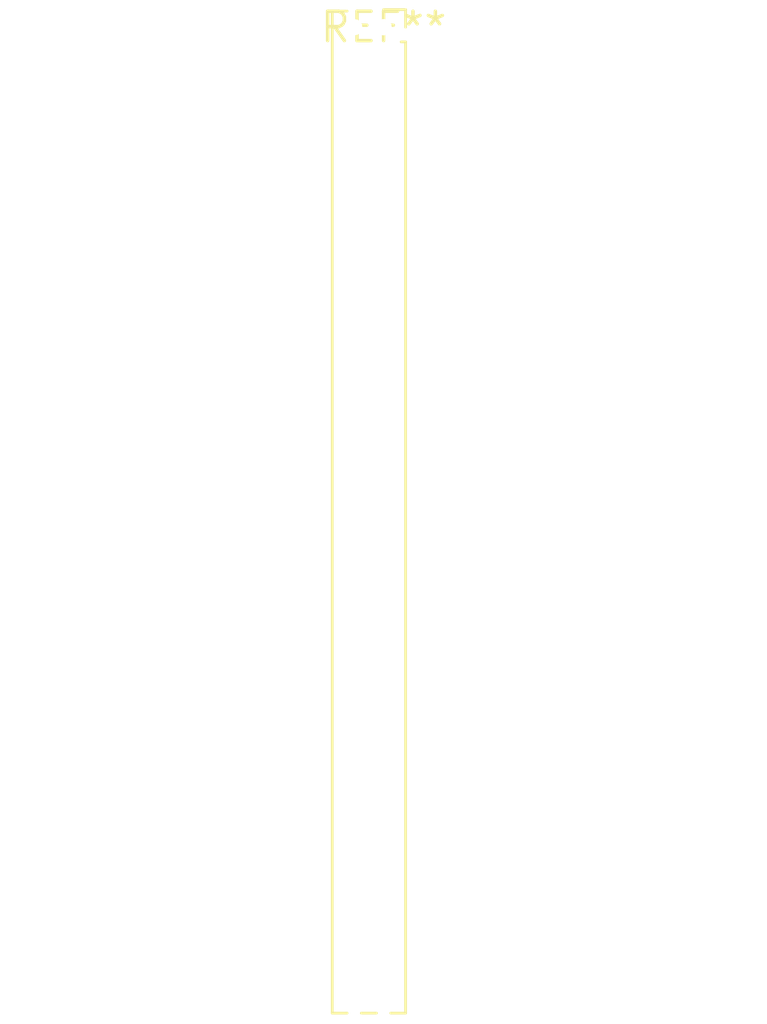
<source format=kicad_pcb>
(kicad_pcb (version 20240108) (generator pcbnew)
  (layers (0 "F.Cu" signal) (31 "B.Cu" signal) (34 "B.Paste" user) (35 "F.Paste" user) (36 "B.SilkS" user "B.Silkscreen") (37 "F.SilkS" user "F.Silkscreen") (38 "B.Mask" user) (39 "F.Mask" user) (44 "Edge.Cuts" user))
  (net 0 "")
  (footprint "PinSocket_2x34_P1.27mm_Vertical" (layer "F.Cu") (at 0 0)
    (property "Reference" "REF**")
    (property "Value" "PinSocket_2x34_P1.27mm_Vertical")
    (fp_line (start -2.22 -0.695) (end -2.22 42.605) (layer "F.SilkS") (stroke (width 0.12)))
    (fp_line (start -2.22 -0.695) (end -1.57753 -0.695) (layer "F.SilkS") (stroke (width 0.12)))
    (fp_line (start -2.22 42.605) (end -1.57753 42.605) (layer "F.SilkS") (stroke (width 0.12)))
    (fp_line (start -0.96247 -0.695) (end -0.76 -0.695) (layer "F.SilkS") (stroke (width 0.12)))
    (fp_line (start -0.96247 42.605) (end -0.30753 42.605) (layer "F.SilkS") (stroke (width 0.12)))
    (fp_line (start 0 -0.76) (end 0.95 -0.76) (layer "F.SilkS") (stroke (width 0.12)))
    (fp_line (start 0.30753 42.605) (end 0.95 42.605) (layer "F.SilkS") (stroke (width 0.12)))
    (fp_line (start 0.76 0.635) (end 0.95 0.635) (layer "F.SilkS") (stroke (width 0.12)))
    (fp_line (start 0.95 -0.76) (end 0.95 0) (layer "F.SilkS") (stroke (width 0.12)))
    (fp_line (start 0.95 0.635) (end 0.95 42.605) (layer "F.SilkS") (stroke (width 0.12)))
    (pad "1" thru_hole rect (at 0 0) (size 1 1) (drill 0.7) (layers *.Cu *.Mask) (remove_unused_layers))
    (pad "2" thru_hole oval (at -1.27 0) (size 1 1) (drill 0.7) (layers *.Cu *.Mask) (remove_unused_layers))
    (pad "3" thru_hole oval (at 0 1.27) (size 1 1) (drill 0.7) (layers *.Cu *.Mask) (remove_unused_layers))
    (pad "4" thru_hole oval (at -1.27 1.27) (size 1 1) (drill 0.7) (layers *.Cu *.Mask) (remove_unused_layers))
    (pad "5" thru_hole oval (at 0 2.54) (size 1 1) (drill 0.7) (layers *.Cu *.Mask) (remove_unused_layers))
    (pad "6" thru_hole oval (at -1.27 2.54) (size 1 1) (drill 0.7) (layers *.Cu *.Mask) (remove_unused_layers))
    (pad "7" thru_hole oval (at 0 3.81) (size 1 1) (drill 0.7) (layers *.Cu *.Mask) (remove_unused_layers))
    (pad "8" thru_hole oval (at -1.27 3.81) (size 1 1) (drill 0.7) (layers *.Cu *.Mask) (remove_unused_layers))
    (pad "9" thru_hole oval (at 0 5.08) (size 1 1) (drill 0.7) (layers *.Cu *.Mask) (remove_unused_layers))
    (pad "10" thru_hole oval (at -1.27 5.08) (size 1 1) (drill 0.7) (layers *.Cu *.Mask) (remove_unused_layers))
    (pad "11" thru_hole oval (at 0 6.35) (size 1 1) (drill 0.7) (layers *.Cu *.Mask) (remove_unused_layers))
    (pad "12" thru_hole oval (at -1.27 6.35) (size 1 1) (drill 0.7) (layers *.Cu *.Mask) (remove_unused_layers))
    (pad "13" thru_hole oval (at 0 7.62) (size 1 1) (drill 0.7) (layers *.Cu *.Mask) (remove_unused_layers))
    (pad "14" thru_hole oval (at -1.27 7.62) (size 1 1) (drill 0.7) (layers *.Cu *.Mask) (remove_unused_layers))
    (pad "15" thru_hole oval (at 0 8.89) (size 1 1) (drill 0.7) (layers *.Cu *.Mask) (remove_unused_layers))
    (pad "16" thru_hole oval (at -1.27 8.89) (size 1 1) (drill 0.7) (layers *.Cu *.Mask) (remove_unused_layers))
    (pad "17" thru_hole oval (at 0 10.16) (size 1 1) (drill 0.7) (layers *.Cu *.Mask) (remove_unused_layers))
    (pad "18" thru_hole oval (at -1.27 10.16) (size 1 1) (drill 0.7) (layers *.Cu *.Mask) (remove_unused_layers))
    (pad "19" thru_hole oval (at 0 11.43) (size 1 1) (drill 0.7) (layers *.Cu *.Mask) (remove_unused_layers))
    (pad "20" thru_hole oval (at -1.27 11.43) (size 1 1) (drill 0.7) (layers *.Cu *.Mask) (remove_unused_layers))
    (pad "21" thru_hole oval (at 0 12.7) (size 1 1) (drill 0.7) (layers *.Cu *.Mask) (remove_unused_layers))
    (pad "22" thru_hole oval (at -1.27 12.7) (size 1 1) (drill 0.7) (layers *.Cu *.Mask) (remove_unused_layers))
    (pad "23" thru_hole oval (at 0 13.97) (size 1 1) (drill 0.7) (layers *.Cu *.Mask) (remove_unused_layers))
    (pad "24" thru_hole oval (at -1.27 13.97) (size 1 1) (drill 0.7) (layers *.Cu *.Mask) (remove_unused_layers))
    (pad "25" thru_hole oval (at 0 15.24) (size 1 1) (drill 0.7) (layers *.Cu *.Mask) (remove_unused_layers))
    (pad "26" thru_hole oval (at -1.27 15.24) (size 1 1) (drill 0.7) (layers *.Cu *.Mask) (remove_unused_layers))
    (pad "27" thru_hole oval (at 0 16.51) (size 1 1) (drill 0.7) (layers *.Cu *.Mask) (remove_unused_layers))
    (pad "28" thru_hole oval (at -1.27 16.51) (size 1 1) (drill 0.7) (layers *.Cu *.Mask) (remove_unused_layers))
    (pad "29" thru_hole oval (at 0 17.78) (size 1 1) (drill 0.7) (layers *.Cu *.Mask) (remove_unused_layers))
    (pad "30" thru_hole oval (at -1.27 17.78) (size 1 1) (drill 0.7) (layers *.Cu *.Mask) (remove_unused_layers))
    (pad "31" thru_hole oval (at 0 19.05) (size 1 1) (drill 0.7) (layers *.Cu *.Mask) (remove_unused_layers))
    (pad "32" thru_hole oval (at -1.27 19.05) (size 1 1) (drill 0.7) (layers *.Cu *.Mask) (remove_unused_layers))
    (pad "33" thru_hole oval (at 0 20.32) (size 1 1) (drill 0.7) (layers *.Cu *.Mask) (remove_unused_layers))
    (pad "34" thru_hole oval (at -1.27 20.32) (size 1 1) (drill 0.7) (layers *.Cu *.Mask) (remove_unused_layers))
    (pad "35" thru_hole oval (at 0 21.59) (size 1 1) (drill 0.7) (layers *.Cu *.Mask) (remove_unused_layers))
    (pad "36" thru_hole oval (at -1.27 21.59) (size 1 1) (drill 0.7) (layers *.Cu *.Mask) (remove_unused_layers))
    (pad "37" thru_hole oval (at 0 22.86) (size 1 1) (drill 0.7) (layers *.Cu *.Mask) (remove_unused_layers))
    (pad "38" thru_hole oval (at -1.27 22.86) (size 1 1) (drill 0.7) (layers *.Cu *.Mask) (remove_unused_layers))
    (pad "39" thru_hole oval (at 0 24.13) (size 1 1) (drill 0.7) (layers *.Cu *.Mask) (remove_unused_layers))
    (pad "40" thru_hole oval (at -1.27 24.13) (size 1 1) (drill 0.7) (layers *.Cu *.Mask) (remove_unused_layers))
    (pad "41" thru_hole oval (at 0 25.4) (size 1 1) (drill 0.7) (layers *.Cu *.Mask) (remove_unused_layers))
    (pad "42" thru_hole oval (at -1.27 25.4) (size 1 1) (drill 0.7) (layers *.Cu *.Mask) (remove_unused_layers))
    (pad "43" thru_hole oval (at 0 26.67) (size 1 1) (drill 0.7) (layers *.Cu *.Mask) (remove_unused_layers))
    (pad "44" thru_hole oval (at -1.27 26.67) (size 1 1) (drill 0.7) (layers *.Cu *.Mask) (remove_unused_layers))
    (pad "45" thru_hole oval (at 0 27.94) (size 1 1) (drill 0.7) (layers *.Cu *.Mask) (remove_unused_layers))
    (pad "46" thru_hole oval (at -1.27 27.94) (size 1 1) (drill 0.7) (layers *.Cu *.Mask) (remove_unused_layers))
    (pad "47" thru_hole oval (at 0 29.21) (size 1 1) (drill 0.7) (layers *.Cu *.Mask) (remove_unused_layers))
    (pad "48" thru_hole oval (at -1.27 29.21) (size 1 1) (drill 0.7) (layers *.Cu *.Mask) (remove_unused_layers))
    (pad "49" thru_hole oval (at 0 30.48) (size 1 1) (drill 0.7) (layers *.Cu *.Mask) (remove_unused_layers))
    (pad "50" thru_hole oval (at -1.27 30.48) (size 1 1) (drill 0.7) (layers *.Cu *.Mask) (remove_unused_layers))
    (pad "51" thru_hole oval (at 0 31.75) (size 1 1) (drill 0.7) (layers *.Cu *.Mask) (remove_unused_layers))
    (pad "52" thru_hole oval (at -1.27 31.75) (size 1 1) (drill 0.7) (layers *.Cu *.Mask) (remove_unused_layers))
    (pad "53" thru_hole oval (at 0 33.02) (size 1 1) (drill 0.7) (layers *.Cu *.Mask) (remove_unused_layers))
    (pad "54" thru_hole oval (at -1.27 33.02) (size 1 1) (drill 0.7) (layers *.Cu *.Mask) (remove_unused_layers))
    (pad "55" thru_hole oval (at 0 34.29) (size 1 1) (drill 0.7) (layers *.Cu *.Mask) (remove_unused_layers))
    (pad "56" thru_hole oval (at -1.27 34.29) (size 1 1) (drill 0.7) (layers *.Cu *.Mask) (remove_unused_layers))
    (pad "57" thru_hole oval (at 0 35.56) (size 1 1) (drill 0.7) (layers *.Cu *.Mask) (remove_unused_layers))
    (pad "58" thru_hole oval (at -1.27 35.56) (size 1 1) (drill 0.7) (layers *.Cu *.Mask) (remove_unused_layers))
    (pad "59" thru_hole oval (at 0 36.83) (size 1 1) (drill 0.7) (layers *.Cu *.Mask) (remove_unused_layers))
    (pad "60" thru_hole oval (at -1.27 36.83) (size 1 1) (drill 0.7) (layers *.Cu *.Mask) (remove_unused_layers))
    (pad "61" thru_hole oval (at 0 38.1) (size 1 1) (drill 0.7) (layers *.Cu *.Mask) (remove_unused_layers))
    (pad "62" thru_hole oval (at -1.27 38.1) (size 1 1) (drill 0.7) (layers *.Cu *.Mask) (remove_unused_layers))
    (pad "63" thru_hole oval (at 0 39.37) (size 1 1) (drill 0.7) (layers *.Cu *.Mask) (remove_unused_layers))
    (pad "64" thru_hole oval (at -1.27 39.37) (size 1 1) (drill 0.7) (layers *.Cu *.Mask) (remove_unused_layers))
    (pad "65" thru_hole oval (at 0 40.64) (size 1 1) (drill 0.7) (layers *.Cu *.Mask) (remove_unused_layers))
    (pad "66" thru_hole oval (at -1.27 40.64) (size 1 1) (drill 0.7) (layers *.Cu *.Mask) (remove_unused_layers))
    (pad "67" thru_hole oval (at 0 41.91) (size 1 1) (drill 0.7) (layers *.Cu *.Mask) (remove_unused_layers))
    (pad "68" thru_hole oval (at -1.27 41.91) (size 1 1) (drill 0.7) (layers *.Cu *.Mask) (remove_unused_layers))
  )
)
</source>
